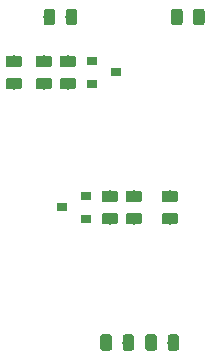
<source format=gbr>
G04 #@! TF.GenerationSoftware,KiCad,Pcbnew,5.0.1*
G04 #@! TF.CreationDate,2018-12-14T16:44:58-08:00*
G04 #@! TF.ProjectId,fanpower,66616E706F7765722E6B696361645F70,rev?*
G04 #@! TF.SameCoordinates,Original*
G04 #@! TF.FileFunction,Paste,Top*
G04 #@! TF.FilePolarity,Positive*
%FSLAX46Y46*%
G04 Gerber Fmt 4.6, Leading zero omitted, Abs format (unit mm)*
G04 Created by KiCad (PCBNEW 5.0.1) date Fri Dec 14 16:44:58 2018*
%MOMM*%
%LPD*%
G01*
G04 APERTURE LIST*
%ADD10R,0.900000X0.800000*%
%ADD11C,0.100000*%
%ADD12C,0.975000*%
G04 APERTURE END LIST*
D10*
G04 #@! TO.C,Q2*
X197628000Y-103124000D03*
X199628000Y-102174000D03*
X199628000Y-104074000D03*
G04 #@! TD*
G04 #@! TO.C,Q1*
X200184000Y-90744000D03*
X200184000Y-92644000D03*
X202184000Y-91694000D03*
G04 #@! TD*
D11*
G04 #@! TO.C,R9*
G36*
X207236142Y-103575174D02*
X207259803Y-103578684D01*
X207283007Y-103584496D01*
X207305529Y-103592554D01*
X207327153Y-103602782D01*
X207347670Y-103615079D01*
X207366883Y-103629329D01*
X207384607Y-103645393D01*
X207400671Y-103663117D01*
X207414921Y-103682330D01*
X207427218Y-103702847D01*
X207437446Y-103724471D01*
X207445504Y-103746993D01*
X207451316Y-103770197D01*
X207454826Y-103793858D01*
X207456000Y-103817750D01*
X207456000Y-104305250D01*
X207454826Y-104329142D01*
X207451316Y-104352803D01*
X207445504Y-104376007D01*
X207437446Y-104398529D01*
X207427218Y-104420153D01*
X207414921Y-104440670D01*
X207400671Y-104459883D01*
X207384607Y-104477607D01*
X207366883Y-104493671D01*
X207347670Y-104507921D01*
X207327153Y-104520218D01*
X207305529Y-104530446D01*
X207283007Y-104538504D01*
X207259803Y-104544316D01*
X207236142Y-104547826D01*
X207212250Y-104549000D01*
X206299750Y-104549000D01*
X206275858Y-104547826D01*
X206252197Y-104544316D01*
X206228993Y-104538504D01*
X206206471Y-104530446D01*
X206184847Y-104520218D01*
X206164330Y-104507921D01*
X206145117Y-104493671D01*
X206127393Y-104477607D01*
X206111329Y-104459883D01*
X206097079Y-104440670D01*
X206084782Y-104420153D01*
X206074554Y-104398529D01*
X206066496Y-104376007D01*
X206060684Y-104352803D01*
X206057174Y-104329142D01*
X206056000Y-104305250D01*
X206056000Y-103817750D01*
X206057174Y-103793858D01*
X206060684Y-103770197D01*
X206066496Y-103746993D01*
X206074554Y-103724471D01*
X206084782Y-103702847D01*
X206097079Y-103682330D01*
X206111329Y-103663117D01*
X206127393Y-103645393D01*
X206145117Y-103629329D01*
X206164330Y-103615079D01*
X206184847Y-103602782D01*
X206206471Y-103592554D01*
X206228993Y-103584496D01*
X206252197Y-103578684D01*
X206275858Y-103575174D01*
X206299750Y-103574000D01*
X207212250Y-103574000D01*
X207236142Y-103575174D01*
X207236142Y-103575174D01*
G37*
D12*
X206756000Y-104061500D03*
D11*
G36*
X207236142Y-101700174D02*
X207259803Y-101703684D01*
X207283007Y-101709496D01*
X207305529Y-101717554D01*
X207327153Y-101727782D01*
X207347670Y-101740079D01*
X207366883Y-101754329D01*
X207384607Y-101770393D01*
X207400671Y-101788117D01*
X207414921Y-101807330D01*
X207427218Y-101827847D01*
X207437446Y-101849471D01*
X207445504Y-101871993D01*
X207451316Y-101895197D01*
X207454826Y-101918858D01*
X207456000Y-101942750D01*
X207456000Y-102430250D01*
X207454826Y-102454142D01*
X207451316Y-102477803D01*
X207445504Y-102501007D01*
X207437446Y-102523529D01*
X207427218Y-102545153D01*
X207414921Y-102565670D01*
X207400671Y-102584883D01*
X207384607Y-102602607D01*
X207366883Y-102618671D01*
X207347670Y-102632921D01*
X207327153Y-102645218D01*
X207305529Y-102655446D01*
X207283007Y-102663504D01*
X207259803Y-102669316D01*
X207236142Y-102672826D01*
X207212250Y-102674000D01*
X206299750Y-102674000D01*
X206275858Y-102672826D01*
X206252197Y-102669316D01*
X206228993Y-102663504D01*
X206206471Y-102655446D01*
X206184847Y-102645218D01*
X206164330Y-102632921D01*
X206145117Y-102618671D01*
X206127393Y-102602607D01*
X206111329Y-102584883D01*
X206097079Y-102565670D01*
X206084782Y-102545153D01*
X206074554Y-102523529D01*
X206066496Y-102501007D01*
X206060684Y-102477803D01*
X206057174Y-102454142D01*
X206056000Y-102430250D01*
X206056000Y-101942750D01*
X206057174Y-101918858D01*
X206060684Y-101895197D01*
X206066496Y-101871993D01*
X206074554Y-101849471D01*
X206084782Y-101827847D01*
X206097079Y-101807330D01*
X206111329Y-101788117D01*
X206127393Y-101770393D01*
X206145117Y-101754329D01*
X206164330Y-101740079D01*
X206184847Y-101727782D01*
X206206471Y-101717554D01*
X206228993Y-101709496D01*
X206252197Y-101703684D01*
X206275858Y-101700174D01*
X206299750Y-101699000D01*
X207212250Y-101699000D01*
X207236142Y-101700174D01*
X207236142Y-101700174D01*
G37*
D12*
X206756000Y-102186500D03*
G04 #@! TD*
D11*
G04 #@! TO.C,R6*
G36*
X194028142Y-90270174D02*
X194051803Y-90273684D01*
X194075007Y-90279496D01*
X194097529Y-90287554D01*
X194119153Y-90297782D01*
X194139670Y-90310079D01*
X194158883Y-90324329D01*
X194176607Y-90340393D01*
X194192671Y-90358117D01*
X194206921Y-90377330D01*
X194219218Y-90397847D01*
X194229446Y-90419471D01*
X194237504Y-90441993D01*
X194243316Y-90465197D01*
X194246826Y-90488858D01*
X194248000Y-90512750D01*
X194248000Y-91000250D01*
X194246826Y-91024142D01*
X194243316Y-91047803D01*
X194237504Y-91071007D01*
X194229446Y-91093529D01*
X194219218Y-91115153D01*
X194206921Y-91135670D01*
X194192671Y-91154883D01*
X194176607Y-91172607D01*
X194158883Y-91188671D01*
X194139670Y-91202921D01*
X194119153Y-91215218D01*
X194097529Y-91225446D01*
X194075007Y-91233504D01*
X194051803Y-91239316D01*
X194028142Y-91242826D01*
X194004250Y-91244000D01*
X193091750Y-91244000D01*
X193067858Y-91242826D01*
X193044197Y-91239316D01*
X193020993Y-91233504D01*
X192998471Y-91225446D01*
X192976847Y-91215218D01*
X192956330Y-91202921D01*
X192937117Y-91188671D01*
X192919393Y-91172607D01*
X192903329Y-91154883D01*
X192889079Y-91135670D01*
X192876782Y-91115153D01*
X192866554Y-91093529D01*
X192858496Y-91071007D01*
X192852684Y-91047803D01*
X192849174Y-91024142D01*
X192848000Y-91000250D01*
X192848000Y-90512750D01*
X192849174Y-90488858D01*
X192852684Y-90465197D01*
X192858496Y-90441993D01*
X192866554Y-90419471D01*
X192876782Y-90397847D01*
X192889079Y-90377330D01*
X192903329Y-90358117D01*
X192919393Y-90340393D01*
X192937117Y-90324329D01*
X192956330Y-90310079D01*
X192976847Y-90297782D01*
X192998471Y-90287554D01*
X193020993Y-90279496D01*
X193044197Y-90273684D01*
X193067858Y-90270174D01*
X193091750Y-90269000D01*
X194004250Y-90269000D01*
X194028142Y-90270174D01*
X194028142Y-90270174D01*
G37*
D12*
X193548000Y-90756500D03*
D11*
G36*
X194028142Y-92145174D02*
X194051803Y-92148684D01*
X194075007Y-92154496D01*
X194097529Y-92162554D01*
X194119153Y-92172782D01*
X194139670Y-92185079D01*
X194158883Y-92199329D01*
X194176607Y-92215393D01*
X194192671Y-92233117D01*
X194206921Y-92252330D01*
X194219218Y-92272847D01*
X194229446Y-92294471D01*
X194237504Y-92316993D01*
X194243316Y-92340197D01*
X194246826Y-92363858D01*
X194248000Y-92387750D01*
X194248000Y-92875250D01*
X194246826Y-92899142D01*
X194243316Y-92922803D01*
X194237504Y-92946007D01*
X194229446Y-92968529D01*
X194219218Y-92990153D01*
X194206921Y-93010670D01*
X194192671Y-93029883D01*
X194176607Y-93047607D01*
X194158883Y-93063671D01*
X194139670Y-93077921D01*
X194119153Y-93090218D01*
X194097529Y-93100446D01*
X194075007Y-93108504D01*
X194051803Y-93114316D01*
X194028142Y-93117826D01*
X194004250Y-93119000D01*
X193091750Y-93119000D01*
X193067858Y-93117826D01*
X193044197Y-93114316D01*
X193020993Y-93108504D01*
X192998471Y-93100446D01*
X192976847Y-93090218D01*
X192956330Y-93077921D01*
X192937117Y-93063671D01*
X192919393Y-93047607D01*
X192903329Y-93029883D01*
X192889079Y-93010670D01*
X192876782Y-92990153D01*
X192866554Y-92968529D01*
X192858496Y-92946007D01*
X192852684Y-92922803D01*
X192849174Y-92899142D01*
X192848000Y-92875250D01*
X192848000Y-92387750D01*
X192849174Y-92363858D01*
X192852684Y-92340197D01*
X192858496Y-92316993D01*
X192866554Y-92294471D01*
X192876782Y-92272847D01*
X192889079Y-92252330D01*
X192903329Y-92233117D01*
X192919393Y-92215393D01*
X192937117Y-92199329D01*
X192956330Y-92185079D01*
X192976847Y-92172782D01*
X192998471Y-92162554D01*
X193020993Y-92154496D01*
X193044197Y-92148684D01*
X193067858Y-92145174D01*
X193091750Y-92144000D01*
X194004250Y-92144000D01*
X194028142Y-92145174D01*
X194028142Y-92145174D01*
G37*
D12*
X193548000Y-92631500D03*
G04 #@! TD*
D11*
G04 #@! TO.C,R7*
G36*
X204188142Y-101700174D02*
X204211803Y-101703684D01*
X204235007Y-101709496D01*
X204257529Y-101717554D01*
X204279153Y-101727782D01*
X204299670Y-101740079D01*
X204318883Y-101754329D01*
X204336607Y-101770393D01*
X204352671Y-101788117D01*
X204366921Y-101807330D01*
X204379218Y-101827847D01*
X204389446Y-101849471D01*
X204397504Y-101871993D01*
X204403316Y-101895197D01*
X204406826Y-101918858D01*
X204408000Y-101942750D01*
X204408000Y-102430250D01*
X204406826Y-102454142D01*
X204403316Y-102477803D01*
X204397504Y-102501007D01*
X204389446Y-102523529D01*
X204379218Y-102545153D01*
X204366921Y-102565670D01*
X204352671Y-102584883D01*
X204336607Y-102602607D01*
X204318883Y-102618671D01*
X204299670Y-102632921D01*
X204279153Y-102645218D01*
X204257529Y-102655446D01*
X204235007Y-102663504D01*
X204211803Y-102669316D01*
X204188142Y-102672826D01*
X204164250Y-102674000D01*
X203251750Y-102674000D01*
X203227858Y-102672826D01*
X203204197Y-102669316D01*
X203180993Y-102663504D01*
X203158471Y-102655446D01*
X203136847Y-102645218D01*
X203116330Y-102632921D01*
X203097117Y-102618671D01*
X203079393Y-102602607D01*
X203063329Y-102584883D01*
X203049079Y-102565670D01*
X203036782Y-102545153D01*
X203026554Y-102523529D01*
X203018496Y-102501007D01*
X203012684Y-102477803D01*
X203009174Y-102454142D01*
X203008000Y-102430250D01*
X203008000Y-101942750D01*
X203009174Y-101918858D01*
X203012684Y-101895197D01*
X203018496Y-101871993D01*
X203026554Y-101849471D01*
X203036782Y-101827847D01*
X203049079Y-101807330D01*
X203063329Y-101788117D01*
X203079393Y-101770393D01*
X203097117Y-101754329D01*
X203116330Y-101740079D01*
X203136847Y-101727782D01*
X203158471Y-101717554D01*
X203180993Y-101709496D01*
X203204197Y-101703684D01*
X203227858Y-101700174D01*
X203251750Y-101699000D01*
X204164250Y-101699000D01*
X204188142Y-101700174D01*
X204188142Y-101700174D01*
G37*
D12*
X203708000Y-102186500D03*
D11*
G36*
X204188142Y-103575174D02*
X204211803Y-103578684D01*
X204235007Y-103584496D01*
X204257529Y-103592554D01*
X204279153Y-103602782D01*
X204299670Y-103615079D01*
X204318883Y-103629329D01*
X204336607Y-103645393D01*
X204352671Y-103663117D01*
X204366921Y-103682330D01*
X204379218Y-103702847D01*
X204389446Y-103724471D01*
X204397504Y-103746993D01*
X204403316Y-103770197D01*
X204406826Y-103793858D01*
X204408000Y-103817750D01*
X204408000Y-104305250D01*
X204406826Y-104329142D01*
X204403316Y-104352803D01*
X204397504Y-104376007D01*
X204389446Y-104398529D01*
X204379218Y-104420153D01*
X204366921Y-104440670D01*
X204352671Y-104459883D01*
X204336607Y-104477607D01*
X204318883Y-104493671D01*
X204299670Y-104507921D01*
X204279153Y-104520218D01*
X204257529Y-104530446D01*
X204235007Y-104538504D01*
X204211803Y-104544316D01*
X204188142Y-104547826D01*
X204164250Y-104549000D01*
X203251750Y-104549000D01*
X203227858Y-104547826D01*
X203204197Y-104544316D01*
X203180993Y-104538504D01*
X203158471Y-104530446D01*
X203136847Y-104520218D01*
X203116330Y-104507921D01*
X203097117Y-104493671D01*
X203079393Y-104477607D01*
X203063329Y-104459883D01*
X203049079Y-104440670D01*
X203036782Y-104420153D01*
X203026554Y-104398529D01*
X203018496Y-104376007D01*
X203012684Y-104352803D01*
X203009174Y-104329142D01*
X203008000Y-104305250D01*
X203008000Y-103817750D01*
X203009174Y-103793858D01*
X203012684Y-103770197D01*
X203018496Y-103746993D01*
X203026554Y-103724471D01*
X203036782Y-103702847D01*
X203049079Y-103682330D01*
X203063329Y-103663117D01*
X203079393Y-103645393D01*
X203097117Y-103629329D01*
X203116330Y-103615079D01*
X203136847Y-103602782D01*
X203158471Y-103592554D01*
X203180993Y-103584496D01*
X203204197Y-103578684D01*
X203227858Y-103575174D01*
X203251750Y-103574000D01*
X204164250Y-103574000D01*
X204188142Y-103575174D01*
X204188142Y-103575174D01*
G37*
D12*
X203708000Y-104061500D03*
G04 #@! TD*
D11*
G04 #@! TO.C,R8*
G36*
X202156142Y-103575174D02*
X202179803Y-103578684D01*
X202203007Y-103584496D01*
X202225529Y-103592554D01*
X202247153Y-103602782D01*
X202267670Y-103615079D01*
X202286883Y-103629329D01*
X202304607Y-103645393D01*
X202320671Y-103663117D01*
X202334921Y-103682330D01*
X202347218Y-103702847D01*
X202357446Y-103724471D01*
X202365504Y-103746993D01*
X202371316Y-103770197D01*
X202374826Y-103793858D01*
X202376000Y-103817750D01*
X202376000Y-104305250D01*
X202374826Y-104329142D01*
X202371316Y-104352803D01*
X202365504Y-104376007D01*
X202357446Y-104398529D01*
X202347218Y-104420153D01*
X202334921Y-104440670D01*
X202320671Y-104459883D01*
X202304607Y-104477607D01*
X202286883Y-104493671D01*
X202267670Y-104507921D01*
X202247153Y-104520218D01*
X202225529Y-104530446D01*
X202203007Y-104538504D01*
X202179803Y-104544316D01*
X202156142Y-104547826D01*
X202132250Y-104549000D01*
X201219750Y-104549000D01*
X201195858Y-104547826D01*
X201172197Y-104544316D01*
X201148993Y-104538504D01*
X201126471Y-104530446D01*
X201104847Y-104520218D01*
X201084330Y-104507921D01*
X201065117Y-104493671D01*
X201047393Y-104477607D01*
X201031329Y-104459883D01*
X201017079Y-104440670D01*
X201004782Y-104420153D01*
X200994554Y-104398529D01*
X200986496Y-104376007D01*
X200980684Y-104352803D01*
X200977174Y-104329142D01*
X200976000Y-104305250D01*
X200976000Y-103817750D01*
X200977174Y-103793858D01*
X200980684Y-103770197D01*
X200986496Y-103746993D01*
X200994554Y-103724471D01*
X201004782Y-103702847D01*
X201017079Y-103682330D01*
X201031329Y-103663117D01*
X201047393Y-103645393D01*
X201065117Y-103629329D01*
X201084330Y-103615079D01*
X201104847Y-103602782D01*
X201126471Y-103592554D01*
X201148993Y-103584496D01*
X201172197Y-103578684D01*
X201195858Y-103575174D01*
X201219750Y-103574000D01*
X202132250Y-103574000D01*
X202156142Y-103575174D01*
X202156142Y-103575174D01*
G37*
D12*
X201676000Y-104061500D03*
D11*
G36*
X202156142Y-101700174D02*
X202179803Y-101703684D01*
X202203007Y-101709496D01*
X202225529Y-101717554D01*
X202247153Y-101727782D01*
X202267670Y-101740079D01*
X202286883Y-101754329D01*
X202304607Y-101770393D01*
X202320671Y-101788117D01*
X202334921Y-101807330D01*
X202347218Y-101827847D01*
X202357446Y-101849471D01*
X202365504Y-101871993D01*
X202371316Y-101895197D01*
X202374826Y-101918858D01*
X202376000Y-101942750D01*
X202376000Y-102430250D01*
X202374826Y-102454142D01*
X202371316Y-102477803D01*
X202365504Y-102501007D01*
X202357446Y-102523529D01*
X202347218Y-102545153D01*
X202334921Y-102565670D01*
X202320671Y-102584883D01*
X202304607Y-102602607D01*
X202286883Y-102618671D01*
X202267670Y-102632921D01*
X202247153Y-102645218D01*
X202225529Y-102655446D01*
X202203007Y-102663504D01*
X202179803Y-102669316D01*
X202156142Y-102672826D01*
X202132250Y-102674000D01*
X201219750Y-102674000D01*
X201195858Y-102672826D01*
X201172197Y-102669316D01*
X201148993Y-102663504D01*
X201126471Y-102655446D01*
X201104847Y-102645218D01*
X201084330Y-102632921D01*
X201065117Y-102618671D01*
X201047393Y-102602607D01*
X201031329Y-102584883D01*
X201017079Y-102565670D01*
X201004782Y-102545153D01*
X200994554Y-102523529D01*
X200986496Y-102501007D01*
X200980684Y-102477803D01*
X200977174Y-102454142D01*
X200976000Y-102430250D01*
X200976000Y-101942750D01*
X200977174Y-101918858D01*
X200980684Y-101895197D01*
X200986496Y-101871993D01*
X200994554Y-101849471D01*
X201004782Y-101827847D01*
X201017079Y-101807330D01*
X201031329Y-101788117D01*
X201047393Y-101770393D01*
X201065117Y-101754329D01*
X201084330Y-101740079D01*
X201104847Y-101727782D01*
X201126471Y-101717554D01*
X201148993Y-101709496D01*
X201172197Y-101703684D01*
X201195858Y-101700174D01*
X201219750Y-101699000D01*
X202132250Y-101699000D01*
X202156142Y-101700174D01*
X202156142Y-101700174D01*
G37*
D12*
X201676000Y-102186500D03*
G04 #@! TD*
D11*
G04 #@! TO.C,C1*
G36*
X201625338Y-113861652D02*
X201648999Y-113865162D01*
X201672203Y-113870974D01*
X201694725Y-113879032D01*
X201716349Y-113889260D01*
X201736866Y-113901557D01*
X201756079Y-113915807D01*
X201773803Y-113931871D01*
X201789867Y-113949595D01*
X201804117Y-113968808D01*
X201816414Y-113989325D01*
X201826642Y-114010949D01*
X201834700Y-114033471D01*
X201840512Y-114056675D01*
X201844022Y-114080336D01*
X201845196Y-114104228D01*
X201845196Y-115016728D01*
X201844022Y-115040620D01*
X201840512Y-115064281D01*
X201834700Y-115087485D01*
X201826642Y-115110007D01*
X201816414Y-115131631D01*
X201804117Y-115152148D01*
X201789867Y-115171361D01*
X201773803Y-115189085D01*
X201756079Y-115205149D01*
X201736866Y-115219399D01*
X201716349Y-115231696D01*
X201694725Y-115241924D01*
X201672203Y-115249982D01*
X201648999Y-115255794D01*
X201625338Y-115259304D01*
X201601446Y-115260478D01*
X201113946Y-115260478D01*
X201090054Y-115259304D01*
X201066393Y-115255794D01*
X201043189Y-115249982D01*
X201020667Y-115241924D01*
X200999043Y-115231696D01*
X200978526Y-115219399D01*
X200959313Y-115205149D01*
X200941589Y-115189085D01*
X200925525Y-115171361D01*
X200911275Y-115152148D01*
X200898978Y-115131631D01*
X200888750Y-115110007D01*
X200880692Y-115087485D01*
X200874880Y-115064281D01*
X200871370Y-115040620D01*
X200870196Y-115016728D01*
X200870196Y-114104228D01*
X200871370Y-114080336D01*
X200874880Y-114056675D01*
X200880692Y-114033471D01*
X200888750Y-114010949D01*
X200898978Y-113989325D01*
X200911275Y-113968808D01*
X200925525Y-113949595D01*
X200941589Y-113931871D01*
X200959313Y-113915807D01*
X200978526Y-113901557D01*
X200999043Y-113889260D01*
X201020667Y-113879032D01*
X201043189Y-113870974D01*
X201066393Y-113865162D01*
X201090054Y-113861652D01*
X201113946Y-113860478D01*
X201601446Y-113860478D01*
X201625338Y-113861652D01*
X201625338Y-113861652D01*
G37*
D12*
X201357696Y-114560478D03*
D11*
G36*
X203500338Y-113861652D02*
X203523999Y-113865162D01*
X203547203Y-113870974D01*
X203569725Y-113879032D01*
X203591349Y-113889260D01*
X203611866Y-113901557D01*
X203631079Y-113915807D01*
X203648803Y-113931871D01*
X203664867Y-113949595D01*
X203679117Y-113968808D01*
X203691414Y-113989325D01*
X203701642Y-114010949D01*
X203709700Y-114033471D01*
X203715512Y-114056675D01*
X203719022Y-114080336D01*
X203720196Y-114104228D01*
X203720196Y-115016728D01*
X203719022Y-115040620D01*
X203715512Y-115064281D01*
X203709700Y-115087485D01*
X203701642Y-115110007D01*
X203691414Y-115131631D01*
X203679117Y-115152148D01*
X203664867Y-115171361D01*
X203648803Y-115189085D01*
X203631079Y-115205149D01*
X203611866Y-115219399D01*
X203591349Y-115231696D01*
X203569725Y-115241924D01*
X203547203Y-115249982D01*
X203523999Y-115255794D01*
X203500338Y-115259304D01*
X203476446Y-115260478D01*
X202988946Y-115260478D01*
X202965054Y-115259304D01*
X202941393Y-115255794D01*
X202918189Y-115249982D01*
X202895667Y-115241924D01*
X202874043Y-115231696D01*
X202853526Y-115219399D01*
X202834313Y-115205149D01*
X202816589Y-115189085D01*
X202800525Y-115171361D01*
X202786275Y-115152148D01*
X202773978Y-115131631D01*
X202763750Y-115110007D01*
X202755692Y-115087485D01*
X202749880Y-115064281D01*
X202746370Y-115040620D01*
X202745196Y-115016728D01*
X202745196Y-114104228D01*
X202746370Y-114080336D01*
X202749880Y-114056675D01*
X202755692Y-114033471D01*
X202763750Y-114010949D01*
X202773978Y-113989325D01*
X202786275Y-113968808D01*
X202800525Y-113949595D01*
X202816589Y-113931871D01*
X202834313Y-113915807D01*
X202853526Y-113901557D01*
X202874043Y-113889260D01*
X202895667Y-113879032D01*
X202918189Y-113870974D01*
X202941393Y-113865162D01*
X202965054Y-113861652D01*
X202988946Y-113860478D01*
X203476446Y-113860478D01*
X203500338Y-113861652D01*
X203500338Y-113861652D01*
G37*
D12*
X203232696Y-114560478D03*
G04 #@! TD*
D11*
G04 #@! TO.C,C2*
G36*
X205435338Y-113861652D02*
X205458999Y-113865162D01*
X205482203Y-113870974D01*
X205504725Y-113879032D01*
X205526349Y-113889260D01*
X205546866Y-113901557D01*
X205566079Y-113915807D01*
X205583803Y-113931871D01*
X205599867Y-113949595D01*
X205614117Y-113968808D01*
X205626414Y-113989325D01*
X205636642Y-114010949D01*
X205644700Y-114033471D01*
X205650512Y-114056675D01*
X205654022Y-114080336D01*
X205655196Y-114104228D01*
X205655196Y-115016728D01*
X205654022Y-115040620D01*
X205650512Y-115064281D01*
X205644700Y-115087485D01*
X205636642Y-115110007D01*
X205626414Y-115131631D01*
X205614117Y-115152148D01*
X205599867Y-115171361D01*
X205583803Y-115189085D01*
X205566079Y-115205149D01*
X205546866Y-115219399D01*
X205526349Y-115231696D01*
X205504725Y-115241924D01*
X205482203Y-115249982D01*
X205458999Y-115255794D01*
X205435338Y-115259304D01*
X205411446Y-115260478D01*
X204923946Y-115260478D01*
X204900054Y-115259304D01*
X204876393Y-115255794D01*
X204853189Y-115249982D01*
X204830667Y-115241924D01*
X204809043Y-115231696D01*
X204788526Y-115219399D01*
X204769313Y-115205149D01*
X204751589Y-115189085D01*
X204735525Y-115171361D01*
X204721275Y-115152148D01*
X204708978Y-115131631D01*
X204698750Y-115110007D01*
X204690692Y-115087485D01*
X204684880Y-115064281D01*
X204681370Y-115040620D01*
X204680196Y-115016728D01*
X204680196Y-114104228D01*
X204681370Y-114080336D01*
X204684880Y-114056675D01*
X204690692Y-114033471D01*
X204698750Y-114010949D01*
X204708978Y-113989325D01*
X204721275Y-113968808D01*
X204735525Y-113949595D01*
X204751589Y-113931871D01*
X204769313Y-113915807D01*
X204788526Y-113901557D01*
X204809043Y-113889260D01*
X204830667Y-113879032D01*
X204853189Y-113870974D01*
X204876393Y-113865162D01*
X204900054Y-113861652D01*
X204923946Y-113860478D01*
X205411446Y-113860478D01*
X205435338Y-113861652D01*
X205435338Y-113861652D01*
G37*
D12*
X205167696Y-114560478D03*
D11*
G36*
X207310338Y-113861652D02*
X207333999Y-113865162D01*
X207357203Y-113870974D01*
X207379725Y-113879032D01*
X207401349Y-113889260D01*
X207421866Y-113901557D01*
X207441079Y-113915807D01*
X207458803Y-113931871D01*
X207474867Y-113949595D01*
X207489117Y-113968808D01*
X207501414Y-113989325D01*
X207511642Y-114010949D01*
X207519700Y-114033471D01*
X207525512Y-114056675D01*
X207529022Y-114080336D01*
X207530196Y-114104228D01*
X207530196Y-115016728D01*
X207529022Y-115040620D01*
X207525512Y-115064281D01*
X207519700Y-115087485D01*
X207511642Y-115110007D01*
X207501414Y-115131631D01*
X207489117Y-115152148D01*
X207474867Y-115171361D01*
X207458803Y-115189085D01*
X207441079Y-115205149D01*
X207421866Y-115219399D01*
X207401349Y-115231696D01*
X207379725Y-115241924D01*
X207357203Y-115249982D01*
X207333999Y-115255794D01*
X207310338Y-115259304D01*
X207286446Y-115260478D01*
X206798946Y-115260478D01*
X206775054Y-115259304D01*
X206751393Y-115255794D01*
X206728189Y-115249982D01*
X206705667Y-115241924D01*
X206684043Y-115231696D01*
X206663526Y-115219399D01*
X206644313Y-115205149D01*
X206626589Y-115189085D01*
X206610525Y-115171361D01*
X206596275Y-115152148D01*
X206583978Y-115131631D01*
X206573750Y-115110007D01*
X206565692Y-115087485D01*
X206559880Y-115064281D01*
X206556370Y-115040620D01*
X206555196Y-115016728D01*
X206555196Y-114104228D01*
X206556370Y-114080336D01*
X206559880Y-114056675D01*
X206565692Y-114033471D01*
X206573750Y-114010949D01*
X206583978Y-113989325D01*
X206596275Y-113968808D01*
X206610525Y-113949595D01*
X206626589Y-113931871D01*
X206644313Y-113915807D01*
X206663526Y-113901557D01*
X206684043Y-113889260D01*
X206705667Y-113879032D01*
X206728189Y-113870974D01*
X206751393Y-113865162D01*
X206775054Y-113861652D01*
X206798946Y-113860478D01*
X207286446Y-113860478D01*
X207310338Y-113861652D01*
X207310338Y-113861652D01*
G37*
D12*
X207042696Y-114560478D03*
G04 #@! TD*
D11*
G04 #@! TO.C,R1*
G36*
X207610142Y-86296174D02*
X207633803Y-86299684D01*
X207657007Y-86305496D01*
X207679529Y-86313554D01*
X207701153Y-86323782D01*
X207721670Y-86336079D01*
X207740883Y-86350329D01*
X207758607Y-86366393D01*
X207774671Y-86384117D01*
X207788921Y-86403330D01*
X207801218Y-86423847D01*
X207811446Y-86445471D01*
X207819504Y-86467993D01*
X207825316Y-86491197D01*
X207828826Y-86514858D01*
X207830000Y-86538750D01*
X207830000Y-87451250D01*
X207828826Y-87475142D01*
X207825316Y-87498803D01*
X207819504Y-87522007D01*
X207811446Y-87544529D01*
X207801218Y-87566153D01*
X207788921Y-87586670D01*
X207774671Y-87605883D01*
X207758607Y-87623607D01*
X207740883Y-87639671D01*
X207721670Y-87653921D01*
X207701153Y-87666218D01*
X207679529Y-87676446D01*
X207657007Y-87684504D01*
X207633803Y-87690316D01*
X207610142Y-87693826D01*
X207586250Y-87695000D01*
X207098750Y-87695000D01*
X207074858Y-87693826D01*
X207051197Y-87690316D01*
X207027993Y-87684504D01*
X207005471Y-87676446D01*
X206983847Y-87666218D01*
X206963330Y-87653921D01*
X206944117Y-87639671D01*
X206926393Y-87623607D01*
X206910329Y-87605883D01*
X206896079Y-87586670D01*
X206883782Y-87566153D01*
X206873554Y-87544529D01*
X206865496Y-87522007D01*
X206859684Y-87498803D01*
X206856174Y-87475142D01*
X206855000Y-87451250D01*
X206855000Y-86538750D01*
X206856174Y-86514858D01*
X206859684Y-86491197D01*
X206865496Y-86467993D01*
X206873554Y-86445471D01*
X206883782Y-86423847D01*
X206896079Y-86403330D01*
X206910329Y-86384117D01*
X206926393Y-86366393D01*
X206944117Y-86350329D01*
X206963330Y-86336079D01*
X206983847Y-86323782D01*
X207005471Y-86313554D01*
X207027993Y-86305496D01*
X207051197Y-86299684D01*
X207074858Y-86296174D01*
X207098750Y-86295000D01*
X207586250Y-86295000D01*
X207610142Y-86296174D01*
X207610142Y-86296174D01*
G37*
D12*
X207342500Y-86995000D03*
D11*
G36*
X209485142Y-86296174D02*
X209508803Y-86299684D01*
X209532007Y-86305496D01*
X209554529Y-86313554D01*
X209576153Y-86323782D01*
X209596670Y-86336079D01*
X209615883Y-86350329D01*
X209633607Y-86366393D01*
X209649671Y-86384117D01*
X209663921Y-86403330D01*
X209676218Y-86423847D01*
X209686446Y-86445471D01*
X209694504Y-86467993D01*
X209700316Y-86491197D01*
X209703826Y-86514858D01*
X209705000Y-86538750D01*
X209705000Y-87451250D01*
X209703826Y-87475142D01*
X209700316Y-87498803D01*
X209694504Y-87522007D01*
X209686446Y-87544529D01*
X209676218Y-87566153D01*
X209663921Y-87586670D01*
X209649671Y-87605883D01*
X209633607Y-87623607D01*
X209615883Y-87639671D01*
X209596670Y-87653921D01*
X209576153Y-87666218D01*
X209554529Y-87676446D01*
X209532007Y-87684504D01*
X209508803Y-87690316D01*
X209485142Y-87693826D01*
X209461250Y-87695000D01*
X208973750Y-87695000D01*
X208949858Y-87693826D01*
X208926197Y-87690316D01*
X208902993Y-87684504D01*
X208880471Y-87676446D01*
X208858847Y-87666218D01*
X208838330Y-87653921D01*
X208819117Y-87639671D01*
X208801393Y-87623607D01*
X208785329Y-87605883D01*
X208771079Y-87586670D01*
X208758782Y-87566153D01*
X208748554Y-87544529D01*
X208740496Y-87522007D01*
X208734684Y-87498803D01*
X208731174Y-87475142D01*
X208730000Y-87451250D01*
X208730000Y-86538750D01*
X208731174Y-86514858D01*
X208734684Y-86491197D01*
X208740496Y-86467993D01*
X208748554Y-86445471D01*
X208758782Y-86423847D01*
X208771079Y-86403330D01*
X208785329Y-86384117D01*
X208801393Y-86366393D01*
X208819117Y-86350329D01*
X208838330Y-86336079D01*
X208858847Y-86323782D01*
X208880471Y-86313554D01*
X208902993Y-86305496D01*
X208926197Y-86299684D01*
X208949858Y-86296174D01*
X208973750Y-86295000D01*
X209461250Y-86295000D01*
X209485142Y-86296174D01*
X209485142Y-86296174D01*
G37*
D12*
X209217500Y-86995000D03*
G04 #@! TD*
D11*
G04 #@! TO.C,R2*
G36*
X198690142Y-86296174D02*
X198713803Y-86299684D01*
X198737007Y-86305496D01*
X198759529Y-86313554D01*
X198781153Y-86323782D01*
X198801670Y-86336079D01*
X198820883Y-86350329D01*
X198838607Y-86366393D01*
X198854671Y-86384117D01*
X198868921Y-86403330D01*
X198881218Y-86423847D01*
X198891446Y-86445471D01*
X198899504Y-86467993D01*
X198905316Y-86491197D01*
X198908826Y-86514858D01*
X198910000Y-86538750D01*
X198910000Y-87451250D01*
X198908826Y-87475142D01*
X198905316Y-87498803D01*
X198899504Y-87522007D01*
X198891446Y-87544529D01*
X198881218Y-87566153D01*
X198868921Y-87586670D01*
X198854671Y-87605883D01*
X198838607Y-87623607D01*
X198820883Y-87639671D01*
X198801670Y-87653921D01*
X198781153Y-87666218D01*
X198759529Y-87676446D01*
X198737007Y-87684504D01*
X198713803Y-87690316D01*
X198690142Y-87693826D01*
X198666250Y-87695000D01*
X198178750Y-87695000D01*
X198154858Y-87693826D01*
X198131197Y-87690316D01*
X198107993Y-87684504D01*
X198085471Y-87676446D01*
X198063847Y-87666218D01*
X198043330Y-87653921D01*
X198024117Y-87639671D01*
X198006393Y-87623607D01*
X197990329Y-87605883D01*
X197976079Y-87586670D01*
X197963782Y-87566153D01*
X197953554Y-87544529D01*
X197945496Y-87522007D01*
X197939684Y-87498803D01*
X197936174Y-87475142D01*
X197935000Y-87451250D01*
X197935000Y-86538750D01*
X197936174Y-86514858D01*
X197939684Y-86491197D01*
X197945496Y-86467993D01*
X197953554Y-86445471D01*
X197963782Y-86423847D01*
X197976079Y-86403330D01*
X197990329Y-86384117D01*
X198006393Y-86366393D01*
X198024117Y-86350329D01*
X198043330Y-86336079D01*
X198063847Y-86323782D01*
X198085471Y-86313554D01*
X198107993Y-86305496D01*
X198131197Y-86299684D01*
X198154858Y-86296174D01*
X198178750Y-86295000D01*
X198666250Y-86295000D01*
X198690142Y-86296174D01*
X198690142Y-86296174D01*
G37*
D12*
X198422500Y-86995000D03*
D11*
G36*
X196815142Y-86296174D02*
X196838803Y-86299684D01*
X196862007Y-86305496D01*
X196884529Y-86313554D01*
X196906153Y-86323782D01*
X196926670Y-86336079D01*
X196945883Y-86350329D01*
X196963607Y-86366393D01*
X196979671Y-86384117D01*
X196993921Y-86403330D01*
X197006218Y-86423847D01*
X197016446Y-86445471D01*
X197024504Y-86467993D01*
X197030316Y-86491197D01*
X197033826Y-86514858D01*
X197035000Y-86538750D01*
X197035000Y-87451250D01*
X197033826Y-87475142D01*
X197030316Y-87498803D01*
X197024504Y-87522007D01*
X197016446Y-87544529D01*
X197006218Y-87566153D01*
X196993921Y-87586670D01*
X196979671Y-87605883D01*
X196963607Y-87623607D01*
X196945883Y-87639671D01*
X196926670Y-87653921D01*
X196906153Y-87666218D01*
X196884529Y-87676446D01*
X196862007Y-87684504D01*
X196838803Y-87690316D01*
X196815142Y-87693826D01*
X196791250Y-87695000D01*
X196303750Y-87695000D01*
X196279858Y-87693826D01*
X196256197Y-87690316D01*
X196232993Y-87684504D01*
X196210471Y-87676446D01*
X196188847Y-87666218D01*
X196168330Y-87653921D01*
X196149117Y-87639671D01*
X196131393Y-87623607D01*
X196115329Y-87605883D01*
X196101079Y-87586670D01*
X196088782Y-87566153D01*
X196078554Y-87544529D01*
X196070496Y-87522007D01*
X196064684Y-87498803D01*
X196061174Y-87475142D01*
X196060000Y-87451250D01*
X196060000Y-86538750D01*
X196061174Y-86514858D01*
X196064684Y-86491197D01*
X196070496Y-86467993D01*
X196078554Y-86445471D01*
X196088782Y-86423847D01*
X196101079Y-86403330D01*
X196115329Y-86384117D01*
X196131393Y-86366393D01*
X196149117Y-86350329D01*
X196168330Y-86336079D01*
X196188847Y-86323782D01*
X196210471Y-86313554D01*
X196232993Y-86305496D01*
X196256197Y-86299684D01*
X196279858Y-86296174D01*
X196303750Y-86295000D01*
X196791250Y-86295000D01*
X196815142Y-86296174D01*
X196815142Y-86296174D01*
G37*
D12*
X196547500Y-86995000D03*
G04 #@! TD*
D11*
G04 #@! TO.C,R4*
G36*
X196568142Y-90270174D02*
X196591803Y-90273684D01*
X196615007Y-90279496D01*
X196637529Y-90287554D01*
X196659153Y-90297782D01*
X196679670Y-90310079D01*
X196698883Y-90324329D01*
X196716607Y-90340393D01*
X196732671Y-90358117D01*
X196746921Y-90377330D01*
X196759218Y-90397847D01*
X196769446Y-90419471D01*
X196777504Y-90441993D01*
X196783316Y-90465197D01*
X196786826Y-90488858D01*
X196788000Y-90512750D01*
X196788000Y-91000250D01*
X196786826Y-91024142D01*
X196783316Y-91047803D01*
X196777504Y-91071007D01*
X196769446Y-91093529D01*
X196759218Y-91115153D01*
X196746921Y-91135670D01*
X196732671Y-91154883D01*
X196716607Y-91172607D01*
X196698883Y-91188671D01*
X196679670Y-91202921D01*
X196659153Y-91215218D01*
X196637529Y-91225446D01*
X196615007Y-91233504D01*
X196591803Y-91239316D01*
X196568142Y-91242826D01*
X196544250Y-91244000D01*
X195631750Y-91244000D01*
X195607858Y-91242826D01*
X195584197Y-91239316D01*
X195560993Y-91233504D01*
X195538471Y-91225446D01*
X195516847Y-91215218D01*
X195496330Y-91202921D01*
X195477117Y-91188671D01*
X195459393Y-91172607D01*
X195443329Y-91154883D01*
X195429079Y-91135670D01*
X195416782Y-91115153D01*
X195406554Y-91093529D01*
X195398496Y-91071007D01*
X195392684Y-91047803D01*
X195389174Y-91024142D01*
X195388000Y-91000250D01*
X195388000Y-90512750D01*
X195389174Y-90488858D01*
X195392684Y-90465197D01*
X195398496Y-90441993D01*
X195406554Y-90419471D01*
X195416782Y-90397847D01*
X195429079Y-90377330D01*
X195443329Y-90358117D01*
X195459393Y-90340393D01*
X195477117Y-90324329D01*
X195496330Y-90310079D01*
X195516847Y-90297782D01*
X195538471Y-90287554D01*
X195560993Y-90279496D01*
X195584197Y-90273684D01*
X195607858Y-90270174D01*
X195631750Y-90269000D01*
X196544250Y-90269000D01*
X196568142Y-90270174D01*
X196568142Y-90270174D01*
G37*
D12*
X196088000Y-90756500D03*
D11*
G36*
X196568142Y-92145174D02*
X196591803Y-92148684D01*
X196615007Y-92154496D01*
X196637529Y-92162554D01*
X196659153Y-92172782D01*
X196679670Y-92185079D01*
X196698883Y-92199329D01*
X196716607Y-92215393D01*
X196732671Y-92233117D01*
X196746921Y-92252330D01*
X196759218Y-92272847D01*
X196769446Y-92294471D01*
X196777504Y-92316993D01*
X196783316Y-92340197D01*
X196786826Y-92363858D01*
X196788000Y-92387750D01*
X196788000Y-92875250D01*
X196786826Y-92899142D01*
X196783316Y-92922803D01*
X196777504Y-92946007D01*
X196769446Y-92968529D01*
X196759218Y-92990153D01*
X196746921Y-93010670D01*
X196732671Y-93029883D01*
X196716607Y-93047607D01*
X196698883Y-93063671D01*
X196679670Y-93077921D01*
X196659153Y-93090218D01*
X196637529Y-93100446D01*
X196615007Y-93108504D01*
X196591803Y-93114316D01*
X196568142Y-93117826D01*
X196544250Y-93119000D01*
X195631750Y-93119000D01*
X195607858Y-93117826D01*
X195584197Y-93114316D01*
X195560993Y-93108504D01*
X195538471Y-93100446D01*
X195516847Y-93090218D01*
X195496330Y-93077921D01*
X195477117Y-93063671D01*
X195459393Y-93047607D01*
X195443329Y-93029883D01*
X195429079Y-93010670D01*
X195416782Y-92990153D01*
X195406554Y-92968529D01*
X195398496Y-92946007D01*
X195392684Y-92922803D01*
X195389174Y-92899142D01*
X195388000Y-92875250D01*
X195388000Y-92387750D01*
X195389174Y-92363858D01*
X195392684Y-92340197D01*
X195398496Y-92316993D01*
X195406554Y-92294471D01*
X195416782Y-92272847D01*
X195429079Y-92252330D01*
X195443329Y-92233117D01*
X195459393Y-92215393D01*
X195477117Y-92199329D01*
X195496330Y-92185079D01*
X195516847Y-92172782D01*
X195538471Y-92162554D01*
X195560993Y-92154496D01*
X195584197Y-92148684D01*
X195607858Y-92145174D01*
X195631750Y-92144000D01*
X196544250Y-92144000D01*
X196568142Y-92145174D01*
X196568142Y-92145174D01*
G37*
D12*
X196088000Y-92631500D03*
G04 #@! TD*
D11*
G04 #@! TO.C,R5*
G36*
X198600142Y-90270174D02*
X198623803Y-90273684D01*
X198647007Y-90279496D01*
X198669529Y-90287554D01*
X198691153Y-90297782D01*
X198711670Y-90310079D01*
X198730883Y-90324329D01*
X198748607Y-90340393D01*
X198764671Y-90358117D01*
X198778921Y-90377330D01*
X198791218Y-90397847D01*
X198801446Y-90419471D01*
X198809504Y-90441993D01*
X198815316Y-90465197D01*
X198818826Y-90488858D01*
X198820000Y-90512750D01*
X198820000Y-91000250D01*
X198818826Y-91024142D01*
X198815316Y-91047803D01*
X198809504Y-91071007D01*
X198801446Y-91093529D01*
X198791218Y-91115153D01*
X198778921Y-91135670D01*
X198764671Y-91154883D01*
X198748607Y-91172607D01*
X198730883Y-91188671D01*
X198711670Y-91202921D01*
X198691153Y-91215218D01*
X198669529Y-91225446D01*
X198647007Y-91233504D01*
X198623803Y-91239316D01*
X198600142Y-91242826D01*
X198576250Y-91244000D01*
X197663750Y-91244000D01*
X197639858Y-91242826D01*
X197616197Y-91239316D01*
X197592993Y-91233504D01*
X197570471Y-91225446D01*
X197548847Y-91215218D01*
X197528330Y-91202921D01*
X197509117Y-91188671D01*
X197491393Y-91172607D01*
X197475329Y-91154883D01*
X197461079Y-91135670D01*
X197448782Y-91115153D01*
X197438554Y-91093529D01*
X197430496Y-91071007D01*
X197424684Y-91047803D01*
X197421174Y-91024142D01*
X197420000Y-91000250D01*
X197420000Y-90512750D01*
X197421174Y-90488858D01*
X197424684Y-90465197D01*
X197430496Y-90441993D01*
X197438554Y-90419471D01*
X197448782Y-90397847D01*
X197461079Y-90377330D01*
X197475329Y-90358117D01*
X197491393Y-90340393D01*
X197509117Y-90324329D01*
X197528330Y-90310079D01*
X197548847Y-90297782D01*
X197570471Y-90287554D01*
X197592993Y-90279496D01*
X197616197Y-90273684D01*
X197639858Y-90270174D01*
X197663750Y-90269000D01*
X198576250Y-90269000D01*
X198600142Y-90270174D01*
X198600142Y-90270174D01*
G37*
D12*
X198120000Y-90756500D03*
D11*
G36*
X198600142Y-92145174D02*
X198623803Y-92148684D01*
X198647007Y-92154496D01*
X198669529Y-92162554D01*
X198691153Y-92172782D01*
X198711670Y-92185079D01*
X198730883Y-92199329D01*
X198748607Y-92215393D01*
X198764671Y-92233117D01*
X198778921Y-92252330D01*
X198791218Y-92272847D01*
X198801446Y-92294471D01*
X198809504Y-92316993D01*
X198815316Y-92340197D01*
X198818826Y-92363858D01*
X198820000Y-92387750D01*
X198820000Y-92875250D01*
X198818826Y-92899142D01*
X198815316Y-92922803D01*
X198809504Y-92946007D01*
X198801446Y-92968529D01*
X198791218Y-92990153D01*
X198778921Y-93010670D01*
X198764671Y-93029883D01*
X198748607Y-93047607D01*
X198730883Y-93063671D01*
X198711670Y-93077921D01*
X198691153Y-93090218D01*
X198669529Y-93100446D01*
X198647007Y-93108504D01*
X198623803Y-93114316D01*
X198600142Y-93117826D01*
X198576250Y-93119000D01*
X197663750Y-93119000D01*
X197639858Y-93117826D01*
X197616197Y-93114316D01*
X197592993Y-93108504D01*
X197570471Y-93100446D01*
X197548847Y-93090218D01*
X197528330Y-93077921D01*
X197509117Y-93063671D01*
X197491393Y-93047607D01*
X197475329Y-93029883D01*
X197461079Y-93010670D01*
X197448782Y-92990153D01*
X197438554Y-92968529D01*
X197430496Y-92946007D01*
X197424684Y-92922803D01*
X197421174Y-92899142D01*
X197420000Y-92875250D01*
X197420000Y-92387750D01*
X197421174Y-92363858D01*
X197424684Y-92340197D01*
X197430496Y-92316993D01*
X197438554Y-92294471D01*
X197448782Y-92272847D01*
X197461079Y-92252330D01*
X197475329Y-92233117D01*
X197491393Y-92215393D01*
X197509117Y-92199329D01*
X197528330Y-92185079D01*
X197548847Y-92172782D01*
X197570471Y-92162554D01*
X197592993Y-92154496D01*
X197616197Y-92148684D01*
X197639858Y-92145174D01*
X197663750Y-92144000D01*
X198576250Y-92144000D01*
X198600142Y-92145174D01*
X198600142Y-92145174D01*
G37*
D12*
X198120000Y-92631500D03*
G04 #@! TD*
M02*

</source>
